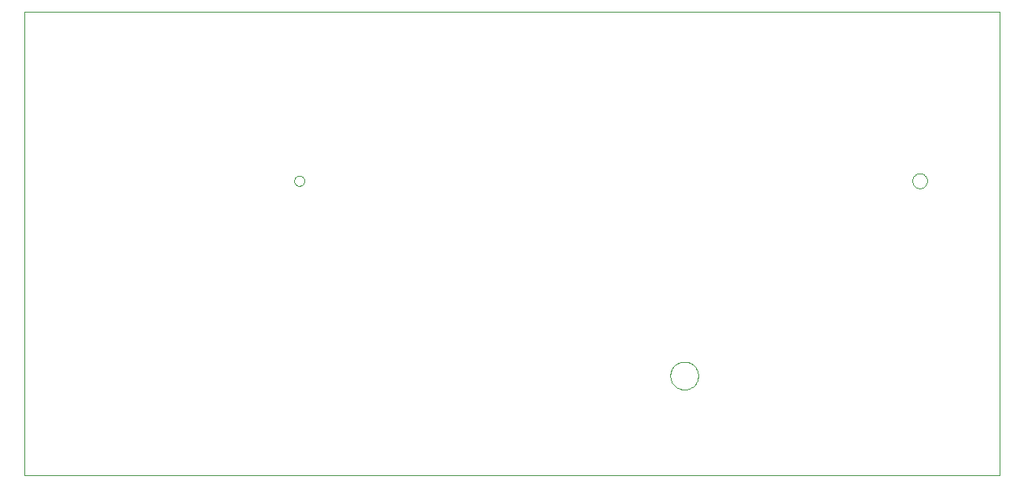
<source format=gbp>
G04 EAGLE Gerber RS-274X export*
G75*
%MOIN*%
%FSLAX34Y34*%
%LPD*%
%INBottom solder paste for stencil*%
%IPPOS*%
%AMOC8*
5,1,8,0,0,1.08239X$1,22.5*%
G01*
%ADD10C,0.000000*%


D10*
X-5906Y0D02*
X35433Y0D01*
X35433Y19685D01*
X-5906Y19685D01*
X-5906Y0D01*
X21473Y4233D02*
X21475Y4281D01*
X21481Y4329D01*
X21491Y4376D01*
X21504Y4422D01*
X21522Y4467D01*
X21542Y4511D01*
X21567Y4553D01*
X21595Y4592D01*
X21625Y4629D01*
X21659Y4663D01*
X21696Y4695D01*
X21734Y4724D01*
X21775Y4749D01*
X21818Y4771D01*
X21863Y4789D01*
X21909Y4803D01*
X21956Y4814D01*
X22004Y4821D01*
X22052Y4824D01*
X22100Y4823D01*
X22148Y4818D01*
X22196Y4809D01*
X22242Y4797D01*
X22287Y4780D01*
X22331Y4760D01*
X22373Y4737D01*
X22413Y4710D01*
X22451Y4680D01*
X22486Y4647D01*
X22518Y4611D01*
X22548Y4573D01*
X22574Y4532D01*
X22596Y4489D01*
X22616Y4445D01*
X22631Y4400D01*
X22643Y4353D01*
X22651Y4305D01*
X22655Y4257D01*
X22655Y4209D01*
X22651Y4161D01*
X22643Y4113D01*
X22631Y4066D01*
X22616Y4021D01*
X22596Y3977D01*
X22574Y3934D01*
X22548Y3893D01*
X22518Y3855D01*
X22486Y3819D01*
X22451Y3786D01*
X22413Y3756D01*
X22373Y3729D01*
X22331Y3706D01*
X22287Y3686D01*
X22242Y3669D01*
X22196Y3657D01*
X22148Y3648D01*
X22100Y3643D01*
X22052Y3642D01*
X22004Y3645D01*
X21956Y3652D01*
X21909Y3663D01*
X21863Y3677D01*
X21818Y3695D01*
X21775Y3717D01*
X21734Y3742D01*
X21696Y3771D01*
X21659Y3803D01*
X21625Y3837D01*
X21595Y3874D01*
X21567Y3913D01*
X21542Y3955D01*
X21522Y3999D01*
X21504Y4044D01*
X21491Y4090D01*
X21481Y4137D01*
X21475Y4185D01*
X21473Y4233D01*
X31728Y12500D02*
X31730Y12535D01*
X31736Y12570D01*
X31746Y12604D01*
X31759Y12637D01*
X31776Y12668D01*
X31797Y12696D01*
X31820Y12723D01*
X31847Y12746D01*
X31875Y12767D01*
X31906Y12784D01*
X31939Y12797D01*
X31973Y12807D01*
X32008Y12813D01*
X32043Y12815D01*
X32078Y12813D01*
X32113Y12807D01*
X32147Y12797D01*
X32180Y12784D01*
X32211Y12767D01*
X32239Y12746D01*
X32266Y12723D01*
X32289Y12696D01*
X32310Y12668D01*
X32327Y12637D01*
X32340Y12604D01*
X32350Y12570D01*
X32356Y12535D01*
X32358Y12500D01*
X32356Y12465D01*
X32350Y12430D01*
X32340Y12396D01*
X32327Y12363D01*
X32310Y12332D01*
X32289Y12304D01*
X32266Y12277D01*
X32239Y12254D01*
X32211Y12233D01*
X32180Y12216D01*
X32147Y12203D01*
X32113Y12193D01*
X32078Y12187D01*
X32043Y12185D01*
X32008Y12187D01*
X31973Y12193D01*
X31939Y12203D01*
X31906Y12216D01*
X31875Y12233D01*
X31847Y12254D01*
X31820Y12277D01*
X31797Y12304D01*
X31776Y12332D01*
X31759Y12363D01*
X31746Y12396D01*
X31736Y12430D01*
X31730Y12465D01*
X31728Y12500D01*
X5527Y12500D02*
X5529Y12529D01*
X5535Y12557D01*
X5544Y12585D01*
X5557Y12611D01*
X5574Y12634D01*
X5593Y12656D01*
X5615Y12675D01*
X5640Y12690D01*
X5666Y12703D01*
X5694Y12711D01*
X5722Y12716D01*
X5751Y12717D01*
X5780Y12714D01*
X5808Y12707D01*
X5835Y12697D01*
X5861Y12683D01*
X5884Y12666D01*
X5905Y12646D01*
X5923Y12623D01*
X5938Y12598D01*
X5949Y12571D01*
X5957Y12543D01*
X5961Y12514D01*
X5961Y12486D01*
X5957Y12457D01*
X5949Y12429D01*
X5938Y12402D01*
X5923Y12377D01*
X5905Y12354D01*
X5884Y12334D01*
X5861Y12317D01*
X5835Y12303D01*
X5808Y12293D01*
X5780Y12286D01*
X5751Y12283D01*
X5722Y12284D01*
X5694Y12289D01*
X5666Y12297D01*
X5640Y12310D01*
X5615Y12325D01*
X5593Y12344D01*
X5574Y12366D01*
X5557Y12389D01*
X5544Y12415D01*
X5535Y12443D01*
X5529Y12471D01*
X5527Y12500D01*
M02*

</source>
